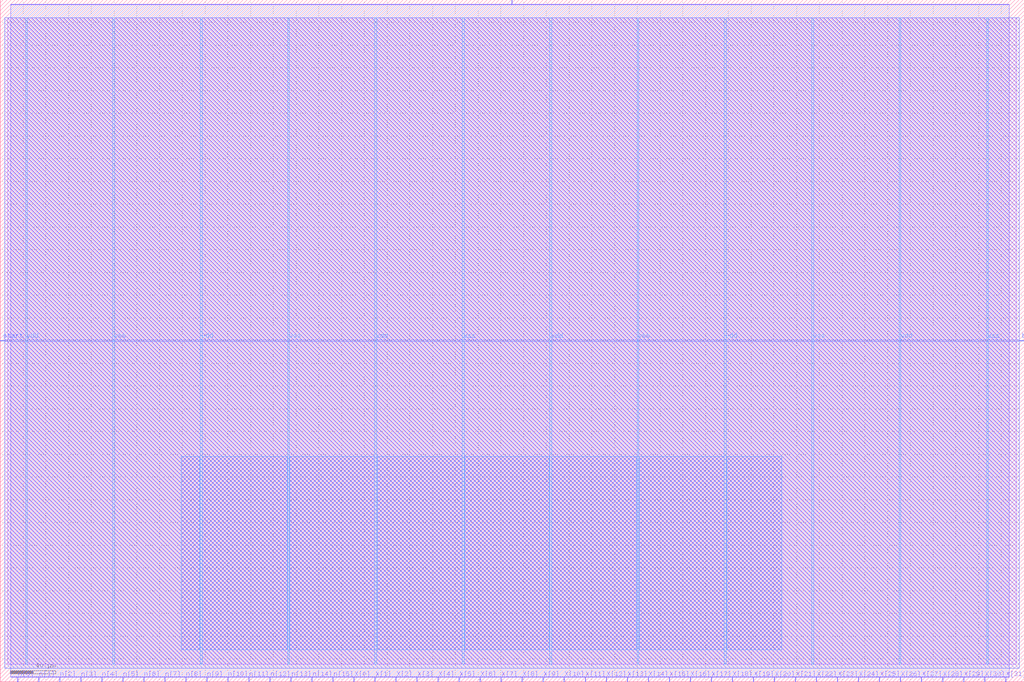
<source format=lef>
VERSION 5.7 ;
  NOWIREEXTENSIONATPIN ON ;
  DIVIDERCHAR "/" ;
  BUSBITCHARS "[]" ;
MACRO suma_mult_TOP
  CLASS BLOCK ;
  FOREIGN suma_mult_TOP ;
  ORIGIN 0.000 0.000 ;
  SIZE 900.000 BY 600.000 ;
  PIN X[0]
    DIRECTION OUTPUT TRISTATE ;
    USE SIGNAL ;
    PORT
      LAYER Metal2 ;
        RECT 310.800 0.000 311.360 4.000 ;
    END
  END X[0]
  PIN X[10]
    DIRECTION OUTPUT TRISTATE ;
    USE SIGNAL ;
    PORT
      LAYER Metal2 ;
        RECT 495.600 0.000 496.160 4.000 ;
    END
  END X[10]
  PIN X[11]
    DIRECTION OUTPUT TRISTATE ;
    USE SIGNAL ;
    PORT
      LAYER Metal2 ;
        RECT 514.080 0.000 514.640 4.000 ;
    END
  END X[11]
  PIN X[12]
    DIRECTION OUTPUT TRISTATE ;
    USE SIGNAL ;
    PORT
      LAYER Metal2 ;
        RECT 532.560 0.000 533.120 4.000 ;
    END
  END X[12]
  PIN X[13]
    DIRECTION OUTPUT TRISTATE ;
    USE SIGNAL ;
    PORT
      LAYER Metal2 ;
        RECT 551.040 0.000 551.600 4.000 ;
    END
  END X[13]
  PIN X[14]
    DIRECTION OUTPUT TRISTATE ;
    USE SIGNAL ;
    PORT
      LAYER Metal2 ;
        RECT 569.520 0.000 570.080 4.000 ;
    END
  END X[14]
  PIN X[15]
    DIRECTION OUTPUT TRISTATE ;
    USE SIGNAL ;
    PORT
      LAYER Metal2 ;
        RECT 588.000 0.000 588.560 4.000 ;
    END
  END X[15]
  PIN X[16]
    DIRECTION OUTPUT TRISTATE ;
    USE SIGNAL ;
    PORT
      LAYER Metal2 ;
        RECT 606.480 0.000 607.040 4.000 ;
    END
  END X[16]
  PIN X[17]
    DIRECTION OUTPUT TRISTATE ;
    USE SIGNAL ;
    PORT
      LAYER Metal2 ;
        RECT 624.960 0.000 625.520 4.000 ;
    END
  END X[17]
  PIN X[18]
    DIRECTION OUTPUT TRISTATE ;
    USE SIGNAL ;
    PORT
      LAYER Metal2 ;
        RECT 643.440 0.000 644.000 4.000 ;
    END
  END X[18]
  PIN X[19]
    DIRECTION OUTPUT TRISTATE ;
    USE SIGNAL ;
    PORT
      LAYER Metal2 ;
        RECT 661.920 0.000 662.480 4.000 ;
    END
  END X[19]
  PIN X[1]
    DIRECTION OUTPUT TRISTATE ;
    USE SIGNAL ;
    PORT
      LAYER Metal2 ;
        RECT 329.280 0.000 329.840 4.000 ;
    END
  END X[1]
  PIN X[20]
    DIRECTION OUTPUT TRISTATE ;
    USE SIGNAL ;
    PORT
      LAYER Metal2 ;
        RECT 680.400 0.000 680.960 4.000 ;
    END
  END X[20]
  PIN X[21]
    DIRECTION OUTPUT TRISTATE ;
    USE SIGNAL ;
    PORT
      LAYER Metal2 ;
        RECT 698.880 0.000 699.440 4.000 ;
    END
  END X[21]
  PIN X[22]
    DIRECTION OUTPUT TRISTATE ;
    USE SIGNAL ;
    PORT
      LAYER Metal2 ;
        RECT 717.360 0.000 717.920 4.000 ;
    END
  END X[22]
  PIN X[23]
    DIRECTION OUTPUT TRISTATE ;
    USE SIGNAL ;
    PORT
      LAYER Metal2 ;
        RECT 735.840 0.000 736.400 4.000 ;
    END
  END X[23]
  PIN X[24]
    DIRECTION OUTPUT TRISTATE ;
    USE SIGNAL ;
    PORT
      LAYER Metal2 ;
        RECT 754.320 0.000 754.880 4.000 ;
    END
  END X[24]
  PIN X[25]
    DIRECTION OUTPUT TRISTATE ;
    USE SIGNAL ;
    PORT
      LAYER Metal2 ;
        RECT 772.800 0.000 773.360 4.000 ;
    END
  END X[25]
  PIN X[26]
    DIRECTION OUTPUT TRISTATE ;
    USE SIGNAL ;
    PORT
      LAYER Metal2 ;
        RECT 791.280 0.000 791.840 4.000 ;
    END
  END X[26]
  PIN X[27]
    DIRECTION OUTPUT TRISTATE ;
    USE SIGNAL ;
    PORT
      LAYER Metal2 ;
        RECT 809.760 0.000 810.320 4.000 ;
    END
  END X[27]
  PIN X[28]
    DIRECTION OUTPUT TRISTATE ;
    USE SIGNAL ;
    PORT
      LAYER Metal2 ;
        RECT 828.240 0.000 828.800 4.000 ;
    END
  END X[28]
  PIN X[29]
    DIRECTION OUTPUT TRISTATE ;
    USE SIGNAL ;
    PORT
      LAYER Metal2 ;
        RECT 846.720 0.000 847.280 4.000 ;
    END
  END X[29]
  PIN X[2]
    DIRECTION OUTPUT TRISTATE ;
    USE SIGNAL ;
    PORT
      LAYER Metal2 ;
        RECT 347.760 0.000 348.320 4.000 ;
    END
  END X[2]
  PIN X[30]
    DIRECTION OUTPUT TRISTATE ;
    USE SIGNAL ;
    PORT
      LAYER Metal2 ;
        RECT 865.200 0.000 865.760 4.000 ;
    END
  END X[30]
  PIN X[31]
    DIRECTION OUTPUT TRISTATE ;
    USE SIGNAL ;
    PORT
      LAYER Metal2 ;
        RECT 883.680 0.000 884.240 4.000 ;
    END
  END X[31]
  PIN X[3]
    DIRECTION OUTPUT TRISTATE ;
    USE SIGNAL ;
    PORT
      LAYER Metal2 ;
        RECT 366.240 0.000 366.800 4.000 ;
    END
  END X[3]
  PIN X[4]
    DIRECTION OUTPUT TRISTATE ;
    USE SIGNAL ;
    PORT
      LAYER Metal2 ;
        RECT 384.720 0.000 385.280 4.000 ;
    END
  END X[4]
  PIN X[5]
    DIRECTION OUTPUT TRISTATE ;
    USE SIGNAL ;
    PORT
      LAYER Metal2 ;
        RECT 403.200 0.000 403.760 4.000 ;
    END
  END X[5]
  PIN X[6]
    DIRECTION OUTPUT TRISTATE ;
    USE SIGNAL ;
    PORT
      LAYER Metal2 ;
        RECT 421.680 0.000 422.240 4.000 ;
    END
  END X[6]
  PIN X[7]
    DIRECTION OUTPUT TRISTATE ;
    USE SIGNAL ;
    PORT
      LAYER Metal2 ;
        RECT 440.160 0.000 440.720 4.000 ;
    END
  END X[7]
  PIN X[8]
    DIRECTION OUTPUT TRISTATE ;
    USE SIGNAL ;
    PORT
      LAYER Metal2 ;
        RECT 458.640 0.000 459.200 4.000 ;
    END
  END X[8]
  PIN X[9]
    DIRECTION OUTPUT TRISTATE ;
    USE SIGNAL ;
    PORT
      LAYER Metal2 ;
        RECT 477.120 0.000 477.680 4.000 ;
    END
  END X[9]
  PIN b
    DIRECTION OUTPUT TRISTATE ;
    USE SIGNAL ;
    PORT
      LAYER Metal3 ;
        RECT 896.000 299.600 900.000 300.160 ;
    END
  END b
  PIN clk
    DIRECTION INPUT ;
    USE SIGNAL ;
    PORT
      LAYER Metal2 ;
        RECT 449.680 596.000 450.240 600.000 ;
    END
  END clk
  PIN n[0]
    DIRECTION INPUT ;
    USE SIGNAL ;
    PORT
      LAYER Metal2 ;
        RECT 15.120 0.000 15.680 4.000 ;
    END
  END n[0]
  PIN n[10]
    DIRECTION INPUT ;
    USE SIGNAL ;
    PORT
      LAYER Metal2 ;
        RECT 199.920 0.000 200.480 4.000 ;
    END
  END n[10]
  PIN n[11]
    DIRECTION INPUT ;
    USE SIGNAL ;
    PORT
      LAYER Metal2 ;
        RECT 218.400 0.000 218.960 4.000 ;
    END
  END n[11]
  PIN n[12]
    DIRECTION INPUT ;
    USE SIGNAL ;
    PORT
      LAYER Metal2 ;
        RECT 236.880 0.000 237.440 4.000 ;
    END
  END n[12]
  PIN n[13]
    DIRECTION INPUT ;
    USE SIGNAL ;
    PORT
      LAYER Metal2 ;
        RECT 255.360 0.000 255.920 4.000 ;
    END
  END n[13]
  PIN n[14]
    DIRECTION INPUT ;
    USE SIGNAL ;
    PORT
      LAYER Metal2 ;
        RECT 273.840 0.000 274.400 4.000 ;
    END
  END n[14]
  PIN n[15]
    DIRECTION INPUT ;
    USE SIGNAL ;
    PORT
      LAYER Metal2 ;
        RECT 292.320 0.000 292.880 4.000 ;
    END
  END n[15]
  PIN n[1]
    DIRECTION INPUT ;
    USE SIGNAL ;
    PORT
      LAYER Metal2 ;
        RECT 33.600 0.000 34.160 4.000 ;
    END
  END n[1]
  PIN n[2]
    DIRECTION INPUT ;
    USE SIGNAL ;
    PORT
      LAYER Metal2 ;
        RECT 52.080 0.000 52.640 4.000 ;
    END
  END n[2]
  PIN n[3]
    DIRECTION INPUT ;
    USE SIGNAL ;
    PORT
      LAYER Metal2 ;
        RECT 70.560 0.000 71.120 4.000 ;
    END
  END n[3]
  PIN n[4]
    DIRECTION INPUT ;
    USE SIGNAL ;
    PORT
      LAYER Metal2 ;
        RECT 89.040 0.000 89.600 4.000 ;
    END
  END n[4]
  PIN n[5]
    DIRECTION INPUT ;
    USE SIGNAL ;
    PORT
      LAYER Metal2 ;
        RECT 107.520 0.000 108.080 4.000 ;
    END
  END n[5]
  PIN n[6]
    DIRECTION INPUT ;
    USE SIGNAL ;
    PORT
      LAYER Metal2 ;
        RECT 126.000 0.000 126.560 4.000 ;
    END
  END n[6]
  PIN n[7]
    DIRECTION INPUT ;
    USE SIGNAL ;
    PORT
      LAYER Metal2 ;
        RECT 144.480 0.000 145.040 4.000 ;
    END
  END n[7]
  PIN n[8]
    DIRECTION INPUT ;
    USE SIGNAL ;
    PORT
      LAYER Metal2 ;
        RECT 162.960 0.000 163.520 4.000 ;
    END
  END n[8]
  PIN n[9]
    DIRECTION INPUT ;
    USE SIGNAL ;
    PORT
      LAYER Metal2 ;
        RECT 181.440 0.000 182.000 4.000 ;
    END
  END n[9]
  PIN start
    DIRECTION INPUT ;
    USE SIGNAL ;
    PORT
      LAYER Metal3 ;
        RECT 0.000 299.600 4.000 300.160 ;
    END
  END start
  PIN vdd
    DIRECTION INOUT ;
    USE POWER ;
    PORT
      LAYER Metal4 ;
        RECT 22.240 15.380 23.840 584.380 ;
    END
    PORT
      LAYER Metal4 ;
        RECT 175.840 15.380 177.440 584.380 ;
    END
    PORT
      LAYER Metal4 ;
        RECT 329.440 15.380 331.040 584.380 ;
    END
    PORT
      LAYER Metal4 ;
        RECT 483.040 15.380 484.640 584.380 ;
    END
    PORT
      LAYER Metal4 ;
        RECT 636.640 15.380 638.240 584.380 ;
    END
    PORT
      LAYER Metal4 ;
        RECT 790.240 15.380 791.840 584.380 ;
    END
  END vdd
  PIN vss
    DIRECTION INOUT ;
    USE GROUND ;
    PORT
      LAYER Metal4 ;
        RECT 99.040 15.380 100.640 584.380 ;
    END
    PORT
      LAYER Metal4 ;
        RECT 252.640 15.380 254.240 584.380 ;
    END
    PORT
      LAYER Metal4 ;
        RECT 406.240 15.380 407.840 584.380 ;
    END
    PORT
      LAYER Metal4 ;
        RECT 559.840 15.380 561.440 584.380 ;
    END
    PORT
      LAYER Metal4 ;
        RECT 713.440 15.380 715.040 584.380 ;
    END
    PORT
      LAYER Metal4 ;
        RECT 867.040 15.380 868.640 584.380 ;
    END
  END vss
  OBS
      LAYER Metal1 ;
        RECT 6.720 15.380 893.200 584.380 ;
      LAYER Metal2 ;
        RECT 9.100 595.700 449.380 596.000 ;
        RECT 450.540 595.700 886.900 596.000 ;
        RECT 9.100 4.300 886.900 595.700 ;
        RECT 9.100 4.000 14.820 4.300 ;
        RECT 15.980 4.000 33.300 4.300 ;
        RECT 34.460 4.000 51.780 4.300 ;
        RECT 52.940 4.000 70.260 4.300 ;
        RECT 71.420 4.000 88.740 4.300 ;
        RECT 89.900 4.000 107.220 4.300 ;
        RECT 108.380 4.000 125.700 4.300 ;
        RECT 126.860 4.000 144.180 4.300 ;
        RECT 145.340 4.000 162.660 4.300 ;
        RECT 163.820 4.000 181.140 4.300 ;
        RECT 182.300 4.000 199.620 4.300 ;
        RECT 200.780 4.000 218.100 4.300 ;
        RECT 219.260 4.000 236.580 4.300 ;
        RECT 237.740 4.000 255.060 4.300 ;
        RECT 256.220 4.000 273.540 4.300 ;
        RECT 274.700 4.000 292.020 4.300 ;
        RECT 293.180 4.000 310.500 4.300 ;
        RECT 311.660 4.000 328.980 4.300 ;
        RECT 330.140 4.000 347.460 4.300 ;
        RECT 348.620 4.000 365.940 4.300 ;
        RECT 367.100 4.000 384.420 4.300 ;
        RECT 385.580 4.000 402.900 4.300 ;
        RECT 404.060 4.000 421.380 4.300 ;
        RECT 422.540 4.000 439.860 4.300 ;
        RECT 441.020 4.000 458.340 4.300 ;
        RECT 459.500 4.000 476.820 4.300 ;
        RECT 477.980 4.000 495.300 4.300 ;
        RECT 496.460 4.000 513.780 4.300 ;
        RECT 514.940 4.000 532.260 4.300 ;
        RECT 533.420 4.000 550.740 4.300 ;
        RECT 551.900 4.000 569.220 4.300 ;
        RECT 570.380 4.000 587.700 4.300 ;
        RECT 588.860 4.000 606.180 4.300 ;
        RECT 607.340 4.000 624.660 4.300 ;
        RECT 625.820 4.000 643.140 4.300 ;
        RECT 644.300 4.000 661.620 4.300 ;
        RECT 662.780 4.000 680.100 4.300 ;
        RECT 681.260 4.000 698.580 4.300 ;
        RECT 699.740 4.000 717.060 4.300 ;
        RECT 718.220 4.000 735.540 4.300 ;
        RECT 736.700 4.000 754.020 4.300 ;
        RECT 755.180 4.000 772.500 4.300 ;
        RECT 773.660 4.000 790.980 4.300 ;
        RECT 792.140 4.000 809.460 4.300 ;
        RECT 810.620 4.000 827.940 4.300 ;
        RECT 829.100 4.000 846.420 4.300 ;
        RECT 847.580 4.000 864.900 4.300 ;
        RECT 866.060 4.000 883.380 4.300 ;
        RECT 884.540 4.000 886.900 4.300 ;
      LAYER Metal3 ;
        RECT 4.000 300.460 896.000 584.220 ;
        RECT 4.300 299.300 895.700 300.460 ;
        RECT 4.000 11.900 896.000 299.300 ;
      LAYER Metal4 ;
        RECT 159.180 28.090 175.540 198.150 ;
        RECT 177.740 28.090 252.340 198.150 ;
        RECT 254.540 28.090 329.140 198.150 ;
        RECT 331.340 28.090 405.940 198.150 ;
        RECT 408.140 28.090 482.740 198.150 ;
        RECT 484.940 28.090 559.540 198.150 ;
        RECT 561.740 28.090 636.340 198.150 ;
        RECT 638.540 28.090 686.980 198.150 ;
  END
END suma_mult_TOP
END LIBRARY


</source>
